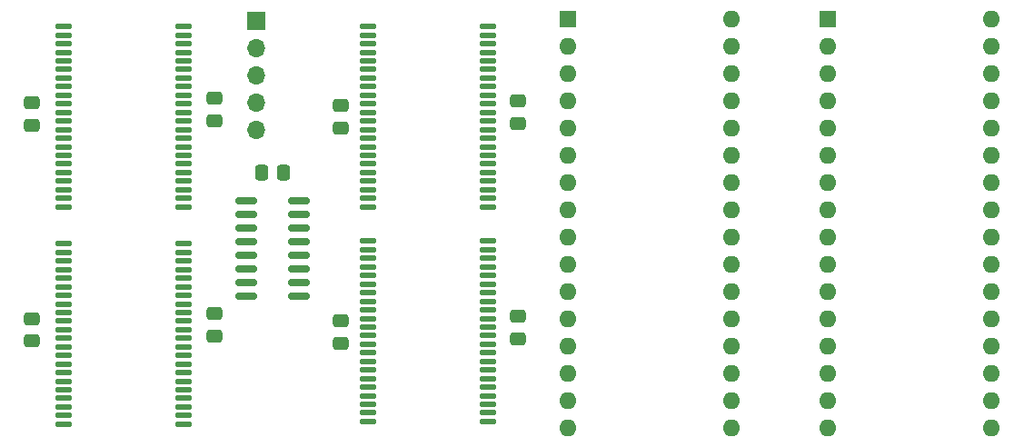
<source format=gts>
G04 #@! TF.GenerationSoftware,KiCad,Pcbnew,8.0.0*
G04 #@! TF.CreationDate,2024-03-01T08:43:17-05:00*
G04 #@! TF.ProjectId,Rosco-MiniHat-4Mb,526f7363-6f2d-44d6-996e-694861742d34,rev?*
G04 #@! TF.SameCoordinates,Original*
G04 #@! TF.FileFunction,Soldermask,Top*
G04 #@! TF.FilePolarity,Negative*
%FSLAX46Y46*%
G04 Gerber Fmt 4.6, Leading zero omitted, Abs format (unit mm)*
G04 Created by KiCad (PCBNEW 8.0.0) date 2024-03-01 08:43:17*
%MOMM*%
%LPD*%
G01*
G04 APERTURE LIST*
G04 Aperture macros list*
%AMRoundRect*
0 Rectangle with rounded corners*
0 $1 Rounding radius*
0 $2 $3 $4 $5 $6 $7 $8 $9 X,Y pos of 4 corners*
0 Add a 4 corners polygon primitive as box body*
4,1,4,$2,$3,$4,$5,$6,$7,$8,$9,$2,$3,0*
0 Add four circle primitives for the rounded corners*
1,1,$1+$1,$2,$3*
1,1,$1+$1,$4,$5*
1,1,$1+$1,$6,$7*
1,1,$1+$1,$8,$9*
0 Add four rect primitives between the rounded corners*
20,1,$1+$1,$2,$3,$4,$5,0*
20,1,$1+$1,$4,$5,$6,$7,0*
20,1,$1+$1,$6,$7,$8,$9,0*
20,1,$1+$1,$8,$9,$2,$3,0*%
G04 Aperture macros list end*
%ADD10R,1.700000X1.700000*%
%ADD11O,1.700000X1.700000*%
%ADD12RoundRect,0.250000X-0.475000X0.337500X-0.475000X-0.337500X0.475000X-0.337500X0.475000X0.337500X0*%
%ADD13RoundRect,0.137500X-0.625000X-0.137500X0.625000X-0.137500X0.625000X0.137500X-0.625000X0.137500X0*%
%ADD14R,1.600000X1.600000*%
%ADD15O,1.600000X1.600000*%
%ADD16RoundRect,0.250000X0.475000X-0.337500X0.475000X0.337500X-0.475000X0.337500X-0.475000X-0.337500X0*%
%ADD17RoundRect,0.250000X0.337500X0.475000X-0.337500X0.475000X-0.337500X-0.475000X0.337500X-0.475000X0*%
%ADD18RoundRect,0.150000X-0.825000X-0.150000X0.825000X-0.150000X0.825000X0.150000X-0.825000X0.150000X0*%
G04 APERTURE END LIST*
D10*
X58638000Y-52550000D03*
D11*
X58638000Y-55090000D03*
X58638000Y-57630000D03*
X58638000Y-60170000D03*
X58638000Y-62710000D03*
D12*
X37750000Y-60212500D03*
X37750000Y-62287500D03*
D13*
X40662500Y-73350000D03*
X40662500Y-74150000D03*
X40662500Y-74950000D03*
X40662500Y-75750000D03*
X40662500Y-76550000D03*
X40662500Y-77350000D03*
X40662500Y-78150000D03*
X40662500Y-78950000D03*
X40662500Y-79750000D03*
X40662500Y-80550000D03*
X40662500Y-81350000D03*
X40662500Y-82150000D03*
X40662500Y-82950000D03*
X40662500Y-83750000D03*
X40662500Y-84550000D03*
X40662500Y-85350000D03*
X40662500Y-86150000D03*
X40662500Y-86950000D03*
X40662500Y-87750000D03*
X40662500Y-88550000D03*
X40662500Y-89350000D03*
X40662500Y-90150000D03*
X51837500Y-90150000D03*
X51837500Y-89350000D03*
X51837500Y-88550000D03*
X51837500Y-87750000D03*
X51837500Y-86950000D03*
X51837500Y-86150000D03*
X51837500Y-85350000D03*
X51837500Y-84550000D03*
X51837500Y-83750000D03*
X51837500Y-82950000D03*
X51837500Y-82150000D03*
X51837500Y-81350000D03*
X51837500Y-80550000D03*
X51837500Y-79750000D03*
X51837500Y-78950000D03*
X51837500Y-78150000D03*
X51837500Y-77350000D03*
X51837500Y-76550000D03*
X51837500Y-75750000D03*
X51837500Y-74950000D03*
X51837500Y-74150000D03*
X51837500Y-73350000D03*
D14*
X111867000Y-52387000D03*
D15*
X111867000Y-54927000D03*
X111867000Y-57467000D03*
X111867000Y-60007000D03*
X111867000Y-62547000D03*
X111867000Y-65087000D03*
X111867000Y-67627000D03*
X111867000Y-70167000D03*
X111867000Y-72707000D03*
X111867000Y-75247000D03*
X111867000Y-77787000D03*
X111867000Y-80327000D03*
X111867000Y-82867000D03*
X111867000Y-85407000D03*
X111867000Y-87947000D03*
X111867000Y-90487000D03*
X127107000Y-90487000D03*
X127107000Y-87947000D03*
X127107000Y-85407000D03*
X127107000Y-82867000D03*
X127107000Y-80327000D03*
X127107000Y-77787000D03*
X127107000Y-75247000D03*
X127107000Y-72707000D03*
X127107000Y-70167000D03*
X127107000Y-67627000D03*
X127107000Y-65087000D03*
X127107000Y-62547000D03*
X127107000Y-60007000D03*
X127107000Y-57467000D03*
X127107000Y-54927000D03*
X127107000Y-52387000D03*
D16*
X83000000Y-62133000D03*
X83000000Y-60058000D03*
X83000000Y-82183500D03*
X83000000Y-80108500D03*
D13*
X69082500Y-53100000D03*
X69082500Y-53900000D03*
X69082500Y-54700000D03*
X69082500Y-55500000D03*
X69082500Y-56300000D03*
X69082500Y-57100000D03*
X69082500Y-57900000D03*
X69082500Y-58700000D03*
X69082500Y-59500000D03*
X69082500Y-60300000D03*
X69082500Y-61100000D03*
X69082500Y-61900000D03*
X69082500Y-62700000D03*
X69082500Y-63500000D03*
X69082500Y-64300000D03*
X69082500Y-65100000D03*
X69082500Y-65900000D03*
X69082500Y-66700000D03*
X69082500Y-67500000D03*
X69082500Y-68300000D03*
X69082500Y-69100000D03*
X69082500Y-69900000D03*
X80257500Y-69900000D03*
X80257500Y-69100000D03*
X80257500Y-68300000D03*
X80257500Y-67500000D03*
X80257500Y-66700000D03*
X80257500Y-65900000D03*
X80257500Y-65100000D03*
X80257500Y-64300000D03*
X80257500Y-63500000D03*
X80257500Y-62700000D03*
X80257500Y-61900000D03*
X80257500Y-61100000D03*
X80257500Y-60300000D03*
X80257500Y-59500000D03*
X80257500Y-58700000D03*
X80257500Y-57900000D03*
X80257500Y-57100000D03*
X80257500Y-56300000D03*
X80257500Y-55500000D03*
X80257500Y-54700000D03*
X80257500Y-53900000D03*
X80257500Y-53100000D03*
D16*
X54750000Y-81933500D03*
X54750000Y-79858500D03*
X54750000Y-61883000D03*
X54750000Y-59808000D03*
D14*
X87667000Y-52387000D03*
D15*
X87667000Y-54927000D03*
X87667000Y-57467000D03*
X87667000Y-60007000D03*
X87667000Y-62547000D03*
X87667000Y-65087000D03*
X87667000Y-67627000D03*
X87667000Y-70167000D03*
X87667000Y-72707000D03*
X87667000Y-75247000D03*
X87667000Y-77787000D03*
X87667000Y-80327000D03*
X87667000Y-82867000D03*
X87667000Y-85407000D03*
X87667000Y-87947000D03*
X87667000Y-90487000D03*
X102907000Y-90487000D03*
X102907000Y-87947000D03*
X102907000Y-85407000D03*
X102907000Y-82867000D03*
X102907000Y-80327000D03*
X102907000Y-77787000D03*
X102907000Y-75247000D03*
X102907000Y-72707000D03*
X102907000Y-70167000D03*
X102907000Y-67627000D03*
X102907000Y-65087000D03*
X102907000Y-62547000D03*
X102907000Y-60007000D03*
X102907000Y-57467000D03*
X102907000Y-54927000D03*
X102907000Y-52387000D03*
D12*
X66500000Y-80552000D03*
X66500000Y-82627000D03*
D17*
X61187500Y-66750000D03*
X59112500Y-66750000D03*
D12*
X66500000Y-60462500D03*
X66500000Y-62537500D03*
D18*
X57675000Y-69305000D03*
X57675000Y-70575000D03*
X57675000Y-71845000D03*
X57675000Y-73115000D03*
X57675000Y-74385000D03*
X57675000Y-75655000D03*
X57675000Y-76925000D03*
X57675000Y-78195000D03*
X62625000Y-78195000D03*
X62625000Y-76925000D03*
X62625000Y-75655000D03*
X62625000Y-74385000D03*
X62625000Y-73115000D03*
X62625000Y-71845000D03*
X62625000Y-70575000D03*
X62625000Y-69305000D03*
D13*
X69082500Y-73100000D03*
X69082500Y-73900000D03*
X69082500Y-74700000D03*
X69082500Y-75500000D03*
X69082500Y-76300000D03*
X69082500Y-77100000D03*
X69082500Y-77900000D03*
X69082500Y-78700000D03*
X69082500Y-79500000D03*
X69082500Y-80300000D03*
X69082500Y-81100000D03*
X69082500Y-81900000D03*
X69082500Y-82700000D03*
X69082500Y-83500000D03*
X69082500Y-84300000D03*
X69082500Y-85100000D03*
X69082500Y-85900000D03*
X69082500Y-86700000D03*
X69082500Y-87500000D03*
X69082500Y-88300000D03*
X69082500Y-89100000D03*
X69082500Y-89900000D03*
X80257500Y-89900000D03*
X80257500Y-89100000D03*
X80257500Y-88300000D03*
X80257500Y-87500000D03*
X80257500Y-86700000D03*
X80257500Y-85900000D03*
X80257500Y-85100000D03*
X80257500Y-84300000D03*
X80257500Y-83500000D03*
X80257500Y-82700000D03*
X80257500Y-81900000D03*
X80257500Y-81100000D03*
X80257500Y-80300000D03*
X80257500Y-79500000D03*
X80257500Y-78700000D03*
X80257500Y-77900000D03*
X80257500Y-77100000D03*
X80257500Y-76300000D03*
X80257500Y-75500000D03*
X80257500Y-74700000D03*
X80257500Y-73900000D03*
X80257500Y-73100000D03*
D12*
X37750000Y-80302000D03*
X37750000Y-82377000D03*
D13*
X40662500Y-53100000D03*
X40662500Y-53900000D03*
X40662500Y-54700000D03*
X40662500Y-55500000D03*
X40662500Y-56300000D03*
X40662500Y-57100000D03*
X40662500Y-57900000D03*
X40662500Y-58700000D03*
X40662500Y-59500000D03*
X40662500Y-60300000D03*
X40662500Y-61100000D03*
X40662500Y-61900000D03*
X40662500Y-62700000D03*
X40662500Y-63500000D03*
X40662500Y-64300000D03*
X40662500Y-65100000D03*
X40662500Y-65900000D03*
X40662500Y-66700000D03*
X40662500Y-67500000D03*
X40662500Y-68300000D03*
X40662500Y-69100000D03*
X40662500Y-69900000D03*
X51837500Y-69900000D03*
X51837500Y-69100000D03*
X51837500Y-68300000D03*
X51837500Y-67500000D03*
X51837500Y-66700000D03*
X51837500Y-65900000D03*
X51837500Y-65100000D03*
X51837500Y-64300000D03*
X51837500Y-63500000D03*
X51837500Y-62700000D03*
X51837500Y-61900000D03*
X51837500Y-61100000D03*
X51837500Y-60300000D03*
X51837500Y-59500000D03*
X51837500Y-58700000D03*
X51837500Y-57900000D03*
X51837500Y-57100000D03*
X51837500Y-56300000D03*
X51837500Y-55500000D03*
X51837500Y-54700000D03*
X51837500Y-53900000D03*
X51837500Y-53100000D03*
M02*

</source>
